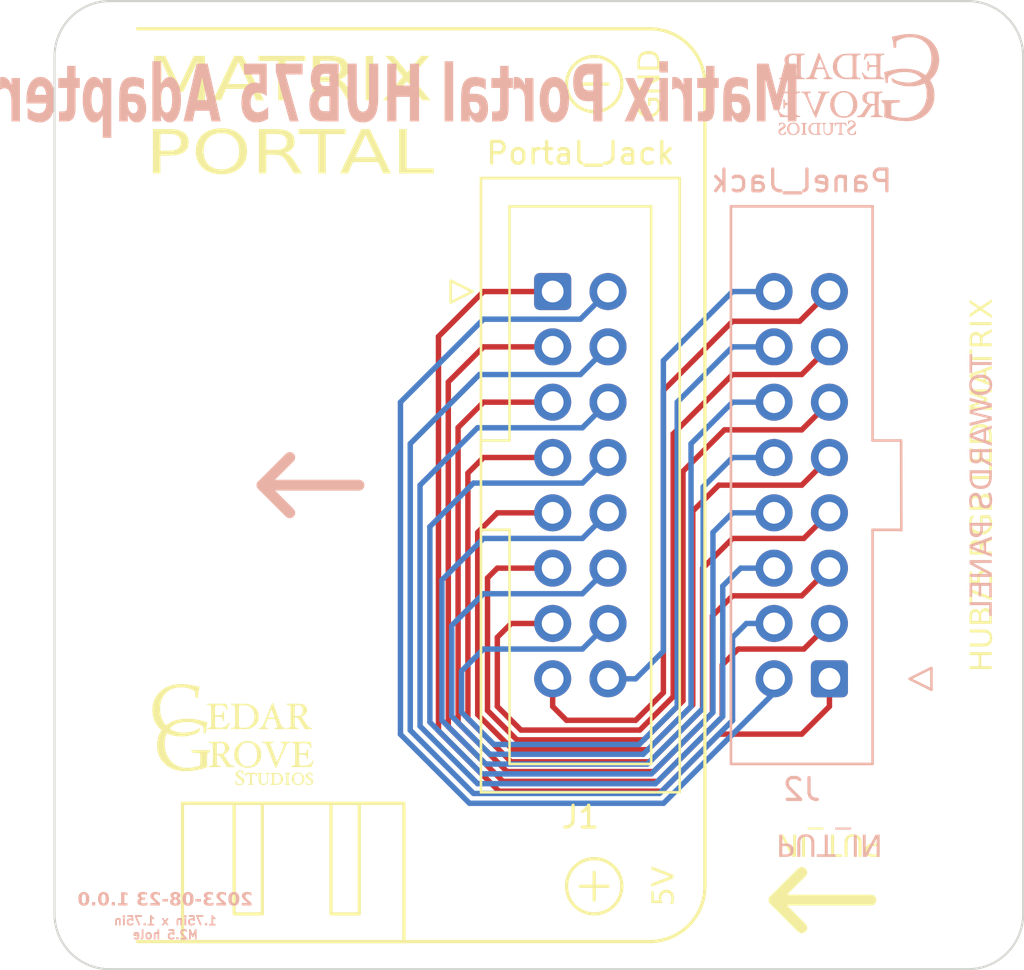
<source format=kicad_pcb>
(kicad_pcb (version 20221018) (generator pcbnew)
  (title_block (title "Matrix Portal HUB75 Adapter") (date "2023-08-23") (rev "1.0.0"))
  (layers (0 "F.Cu" signal) (31 "B.Cu" signal) (34 "B.Paste" user) (35 "F.Paste" user) (36 "B.SilkS" user "B.Silkscreen") (37 "F.SilkS" user "F.Silkscreen") (38 "B.Mask" user) (39 "F.Mask" user) (44 "Edge.Cuts" user))
  (net 0 "")
  (net 1 "Net-(J1-Pin_1)")
  (net 2 "Net-(J1-Pin_2)")
  (net 3 "Net-(J1-Pin_3)")
  (net 4 "Net-(J1-Pin_4)")
  (net 5 "Net-(J1-Pin_5)")
  (net 6 "Net-(J1-Pin_6)")
  (net 7 "Net-(J1-Pin_7)")
  (net 8 "Net-(J1-Pin_8)")
  (net 9 "Net-(J1-Pin_9)")
  (net 10 "Net-(J1-Pin_10)")
  (net 11 "Net-(J1-Pin_11)")
  (net 12 "Net-(J1-Pin_12)")
  (net 13 "Net-(J1-Pin_13)")
  (net 14 "Net-(J1-Pin_14)")
  (net 15 "Net-(J1-Pin_15)")
  (net 16 "Net-(J1-Pin_16)")
  (footprint "CedarGrove_custom:CedarGroveStudios_TEXT_LOGO_8x5_4mm" (layer "F.Cu") (at 137.795 116.205)
    (fp_text reference "G***" hide)
    (fp_text value "LOGO" hide)
  )
  (footprint "MountingHole:MountingHole_2.5mm" (layer "F.Cu") (at 132.715 104.775)
    (fp_text reference "REF**" hide)
    (fp_text value "MountingHole_2.5mm" hide)
    (pad "" np_thru_hole circle (at 0 0) (size 2.5 2.5) (drill 2.5) (layers "*.Cu" "*.Mask"))
  )
  (footprint "Connector_IDC:IDC-Header_2x08_P2.54mm_Vertical" (layer "F.Cu") (at 165.1 113.665 180)
    (fp_text reference "J2" (at 1.27 -5.08) (layer "B.SilkS") (effects (justify mirror)))
    (fp_text value "Panel_Jack" (at 1.27 22.86) (layer "B.SilkS") (effects (justify mirror)))
    (pad "1" thru_hole roundrect (at 0 0 180) (size 1.7 1.7) (drill 1) (layers "*.Cu" "*.Mask") (roundrect_rratio 0.1470588235) (net 1 "Net-(J1-Pin_1)"))
    (pad "2" thru_hole circle (at 2.54 0 180) (size 1.7 1.7) (drill 1) (layers "*.Cu" "*.Mask") (net 2 "Net-(J1-Pin_2)"))
    (pad "3" thru_hole circle (at 0 2.54 180) (size 1.7 1.7) (drill 1) (layers "*.Cu" "*.Mask") (net 3 "Net-(J1-Pin_3)"))
    (pad "4" thru_hole circle (at 2.54 2.54 180) (size 1.7 1.7) (drill 1) (layers "*.Cu" "*.Mask") (net 4 "Net-(J1-Pin_4)"))
    (pad "5" thru_hole circle (at 0 5.08 180) (size 1.7 1.7) (drill 1) (layers "*.Cu" "*.Mask") (net 5 "Net-(J1-Pin_5)"))
    (pad "6" thru_hole circle (at 2.54 5.08 180) (size 1.7 1.7) (drill 1) (layers "*.Cu" "*.Mask") (net 6 "Net-(J1-Pin_6)"))
    (pad "7" thru_hole circle (at 0 7.62 180) (size 1.7 1.7) (drill 1) (layers "*.Cu" "*.Mask") (net 7 "Net-(J1-Pin_7)"))
    (pad "8" thru_hole circle (at 2.54 7.62 180) (size 1.7 1.7) (drill 1) (layers "*.Cu" "*.Mask") (net 8 "Net-(J1-Pin_8)"))
    (pad "9" thru_hole circle (at 0 10.16 180) (size 1.7 1.7) (drill 1) (layers "*.Cu" "*.Mask") (net 9 "Net-(J1-Pin_9)"))
    (pad "10" thru_hole circle (at 2.54 10.16 180) (size 1.7 1.7) (drill 1) (layers "*.Cu" "*.Mask") (net 10 "Net-(J1-Pin_10)"))
    (pad "11" thru_hole circle (at 0 12.7 180) (size 1.7 1.7) (drill 1) (layers "*.Cu" "*.Mask") (net 11 "Net-(J1-Pin_11)"))
    (pad "12" thru_hole circle (at 2.54 12.7 180) (size 1.7 1.7) (drill 1) (layers "*.Cu" "*.Mask") (net 12 "Net-(J1-Pin_12)"))
    (pad "13" thru_hole circle (at 0 15.24 180) (size 1.7 1.7) (drill 1) (layers "*.Cu" "*.Mask") (net 13 "Net-(J1-Pin_13)"))
    (pad "14" thru_hole circle (at 2.54 15.24 180) (size 1.7 1.7) (drill 1) (layers "*.Cu" "*.Mask") (net 14 "Net-(J1-Pin_14)"))
    (pad "15" thru_hole circle (at 0 17.78 180) (size 1.7 1.7) (drill 1) (layers "*.Cu" "*.Mask") (net 15 "Net-(J1-Pin_15)"))
    (pad "16" thru_hole circle (at 2.54 17.78 180) (size 1.7 1.7) (drill 1) (layers "*.Cu" "*.Mask") (net 16 "Net-(J1-Pin_16)"))
  )
  (footprint "Connector_IDC:IDC-Header_2x08_P2.54mm_Vertical" (layer "F.Cu") (at 152.4 95.885)
    (fp_text reference "J1" (at 1.27 24.13) (layer "F.SilkS"))
    (fp_text value "Portal_Jack" (at 1.27 -6.35) (layer "F.SilkS"))
    (pad "1" thru_hole roundrect (at 0 0) (size 1.7 1.7) (drill 1) (layers "*.Cu" "*.Mask") (roundrect_rratio 0.1470588235) (net 1 "Net-(J1-Pin_1)"))
    (pad "2" thru_hole circle (at 2.54 0) (size 1.7 1.7) (drill 1) (layers "*.Cu" "*.Mask") (net 2 "Net-(J1-Pin_2)"))
    (pad "3" thru_hole circle (at 0 2.54) (size 1.7 1.7) (drill 1) (layers "*.Cu" "*.Mask") (net 3 "Net-(J1-Pin_3)"))
    (pad "4" thru_hole circle (at 2.54 2.54) (size 1.7 1.7) (drill 1) (layers "*.Cu" "*.Mask") (net 4 "Net-(J1-Pin_4)"))
    (pad "5" thru_hole circle (at 0 5.08) (size 1.7 1.7) (drill 1) (layers "*.Cu" "*.Mask") (net 5 "Net-(J1-Pin_5)"))
    (pad "6" thru_hole circle (at 2.54 5.08) (size 1.7 1.7) (drill 1) (layers "*.Cu" "*.Mask") (net 6 "Net-(J1-Pin_6)"))
    (pad "7" thru_hole circle (at 0 7.62) (size 1.7 1.7) (drill 1) (layers "*.Cu" "*.Mask") (net 7 "Net-(J1-Pin_7)"))
    (pad "8" thru_hole circle (at 2.54 7.62) (size 1.7 1.7) (drill 1) (layers "*.Cu" "*.Mask") (net 8 "Net-(J1-Pin_8)"))
    (pad "9" thru_hole circle (at 0 10.16) (size 1.7 1.7) (drill 1) (layers "*.Cu" "*.Mask") (net 9 "Net-(J1-Pin_9)"))
    (pad "10" thru_hole circle (at 2.54 10.16) (size 1.7 1.7) (drill 1) (layers "*.Cu" "*.Mask") (net 10 "Net-(J1-Pin_10)"))
    (pad "11" thru_hole circle (at 0 12.7) (size 1.7 1.7) (drill 1) (layers "*.Cu" "*.Mask") (net 11 "Net-(J1-Pin_11)"))
    (pad "12" thru_hole circle (at 2.54 12.7) (size 1.7 1.7) (drill 1) (layers "*.Cu" "*.Mask") (net 12 "Net-(J1-Pin_12)"))
    (pad "13" thru_hole circle (at 0 15.24) (size 1.7 1.7) (drill 1) (layers "*.Cu" "*.Mask") (net 13 "Net-(J1-Pin_13)"))
    (pad "14" thru_hole circle (at 2.54 15.24) (size 1.7 1.7) (drill 1) (layers "*.Cu" "*.Mask") (net 14 "Net-(J1-Pin_14)"))
    (pad "15" thru_hole circle (at 0 17.78) (size 1.7 1.7) (drill 1) (layers "*.Cu" "*.Mask") (net 15 "Net-(J1-Pin_15)"))
    (pad "16" thru_hole circle (at 2.54 17.78) (size 1.7 1.7) (drill 1) (layers "*.Cu" "*.Mask") (net 16 "Net-(J1-Pin_16)"))
  )
  (footprint "CedarGrove_custom:CedarGroveStudios_TEXT_LOGO_8x5_4mm" (layer "B.Cu") (at 166.37 86.36 180)
    (fp_text reference "G***" hide)
    (fp_text value "LOGO" hide)
  )
  (gr_line (start 139.065 104.775) (end 143.51 104.775) (stroke (width 0.5)) (layer "B.SilkS"))
  (gr_line (start 140.335 106.045) (end 139.065 104.775) (stroke (width 0.5)) (layer "B.SilkS"))
  (gr_line (start 140.335 103.505) (end 139.065 104.775) (stroke (width 0.5)) (layer "B.SilkS"))
  (gr_line (start 162.56 123.825) (end 163.83 125.095) (stroke (width 0.5)) (layer "F.SilkS"))
  (gr_line (start 156.845 83.82) (end 133.35 83.82) (stroke (width 0.15)) (layer "F.SilkS"))
  (gr_circle (center 154.305 123.19) (end 155.575 123.19) (stroke (width 0.15)) (fill none) (layer "F.SilkS"))
  (gr_line (start 154.305 122.555) (end 154.305 123.825) (stroke (width 0.15)) (layer "F.SilkS"))
  (gr_line (start 162.56 123.825) (end 163.83 122.555) (stroke (width 0.5)) (layer "F.SilkS"))
  (gr_line (start 156.845 125.73) (end 133.35 125.73) (stroke (width 0.15)) (layer "F.SilkS"))
  (gr_arc (start 159.385 123.19) (mid 158.641051 124.986051) (end 156.845 125.73) (stroke (width 0.15)) (layer "F.SilkS"))
  (gr_line (start 167.005 123.825) (end 162.56 123.825) (stroke (width 0.5)) (layer "F.SilkS"))
  (gr_rect (start 135.41375 119.38) (end 145.57375 125.73) (stroke (width 0.15)) (fill none) (layer "F.SilkS"))
  (gr_line (start 153.67 86.36) (end 154.94 86.36) (stroke (width 0.15)) (layer "F.SilkS"))
  (gr_line (start 159.385 86.36) (end 159.385 123.19) (stroke (width 0.15)) (layer "F.SilkS"))
  (gr_arc (start 156.845 83.82) (mid 158.641051 84.563949) (end 159.385 86.36) (stroke (width 0.15)) (layer "F.SilkS"))
  (gr_line (start 153.67 123.19) (end 154.94 123.19) (stroke (width 0.15)) (layer "F.SilkS"))
  (gr_rect (start 142.2273 119.38) (end 143.5227 124.46) (stroke (width 0.15)) (fill none) (layer "F.SilkS"))
  (gr_rect (start 137.7823 119.38) (end 139.0777 124.46) (stroke (width 0.15)) (fill none) (layer "F.SilkS"))
  (gr_circle (center 154.305 86.36) (end 155.575 86.36) (stroke (width 0.15)) (fill none) (layer "F.SilkS"))
  (gr_line (start 171.45 127) (end 132.08 127) (stroke (width 0.1)) (layer "Edge.Cuts"))
  (gr_line (start 132.08 82.55) (end 171.45 82.55) (stroke (width 0.1)) (layer "Edge.Cuts"))
  (gr_line (start 173.99 85.09) (end 173.99 124.46) (stroke (width 0.1)) (layer "Edge.Cuts"))
  (gr_arc (start 129.54 85.09) (mid 130.283949 83.293949) (end 132.08 82.55) (stroke (width 0.1)) (layer "Edge.Cuts"))
  (gr_line (start 129.54 124.46) (end 129.54 85.09) (stroke (width 0.1)) (layer "Edge.Cuts"))
  (gr_arc (start 171.45 82.55) (mid 173.246051 83.293949) (end 173.99 85.09) (stroke (width 0.1)) (layer "Edge.Cuts"))
  (gr_arc (start 132.08 127) (mid 130.283949 126.256051) (end 129.54 124.46) (stroke (width 0.1)) (layer "Edge.Cuts"))
  (gr_arc (start 173.99 124.46) (mid 173.246051 126.256051) (end 171.45 127) (stroke (width 0.1)) (layer "Edge.Cuts"))
  (gr_text "1.75in x 1.75in\nM2.5 hole" (at 134.62 125.095) (layer "B.SilkS") (effects (font (size 0.4 0.4) (thickness 0.08) bold) (justify mirror)))
  (gr_text "TOWARDS PANEL" (at 172.72 104.775 90) (layer "B.SilkS") (effects (font (size 1 1)) (justify bottom mirror)))
  (gr_text "2023-08-23 1.0.0" (at 134.62 123.825) (layer "B.SilkS") (effects (font (size 0.6 0.6) (thickness 0.12) bold) (justify mirror)))
  (gr_text "PUT_IN" (at 165.1 120.65 180) (layer "B.SilkS") (effects (font (size 1 1)) (justify bottom mirror)))
  (gr_text "Matrix Portal HUB75 Adapter\n" (at 145.415 86.995) (layer "B.SilkS") (effects (font (size 2.6 1.6) (thickness 0.12) bold) (justify mirror)))
  (gr_text "5V" (at 158.115 123.19 90) (layer "F.SilkS") (effects (font (size 1 1)) (justify bottom)))
  (gr_text "PUT_IN" (at 165.1 120.65 -180) (layer "F.SilkS") (effects (font (size 1 1)) (justify bottom)))
  (gr_text "HUB75 RGB LED MATRIX" (at 172.72 104.775 90) (layer "F.SilkS") (effects (font (size 1 1)) (justify bottom)))
  (gr_text "GND" (at 157.48 86.36 90) (layer "F.SilkS") (effects (font (size 1 1)) (justify bottom)))
  (gr_text "MATRIX\nPORTAL" (at 140.335 90.805) (layer "F.SilkS") (effects (font (size 2 2.5)) (justify bottom)))
  (segment (start 149.225 95.885) (end 152.4 95.885) (width 0.25) (layer "F.Cu") (net 1))
  (segment (start 165.1 113.665) (end 165.1 114.935) (width 0.25) (layer "F.Cu") (net 1))
  (segment (start 165.1 114.935) (end 163.83 116.205) (width 0.25) (layer "F.Cu") (net 1))
  (segment (start 157.409772 118.825) (end 149.931624 118.825) (width 0.25) (layer "F.Cu") (net 1))
  (segment (start 149.931624 118.825) (end 147.16 116.053376) (width 0.25) (layer "F.Cu") (net 1))
  (segment (start 160.029772 116.205) (end 157.409772 118.825) (width 0.25) (layer "F.Cu") (net 1))
  (segment (start 163.83 116.205) (end 160.029772 116.205) (width 0.25) (layer "F.Cu") (net 1))
  (segment (start 147.16 116.053376) (end 147.16 97.95) (width 0.25) (layer "F.Cu") (net 1))
  (segment (start 147.16 97.95) (end 149.225 95.885) (width 0.25) (layer "F.Cu") (net 1))
  (segment (start 153.67 97.155) (end 154.94 95.885) (width 0.25) (layer "B.Cu") (net 2))
  (segment (start 162.56 113.665) (end 162.56 114.308376) (width 0.25) (layer "B.Cu") (net 2))
  (segment (start 149.225 97.155) (end 153.67 97.155) (width 0.25) (layer "B.Cu") (net 2))
  (segment (start 162.56 114.308376) (end 157.488376 119.38) (width 0.25) (layer "B.Cu") (net 2))
  (segment (start 149.225 97.155) (end 145.415 100.965) (width 0.25) (layer "B.Cu") (net 2))
  (segment (start 157.488376 119.38) (end 148.581624 119.38) (width 0.25) (layer "B.Cu") (net 2))
  (segment (start 148.581624 119.38) (end 145.415 116.213376) (width 0.25) (layer "B.Cu") (net 2))
  (segment (start 145.415 116.213376) (end 145.415 100.965) (width 0.25) (layer "B.Cu") (net 2))
  (segment (start 160.18 113.03) (end 160.91 112.3) (width 0.25) (layer "F.Cu") (net 3))
  (segment (start 160.18 115.418376) (end 160.18 113.03) (width 0.25) (layer "F.Cu") (net 3))
  (segment (start 149.225 98.425) (end 147.61 100.04) (width 0.25) (layer "F.Cu") (net 3))
  (segment (start 157.223376 118.375) (end 160.18 115.418376) (width 0.25) (layer "F.Cu") (net 3))
  (segment (start 147.61 100.04) (end 147.61 115.86698) (width 0.25) (layer "F.Cu") (net 3))
  (segment (start 150.11802 118.375) (end 157.223376 118.375) (width 0.25) (layer "F.Cu") (net 3))
  (segment (start 152.4 98.425) (end 149.225 98.425) (width 0.25) (layer "F.Cu") (net 3))
  (segment (start 147.61 115.86698) (end 150.11802 118.375) (width 0.25) (layer "F.Cu") (net 3))
  (segment (start 163.925 112.3) (end 165.1 111.125) (width 0.25) (layer "F.Cu") (net 3))
  (segment (start 160.91 112.3) (end 163.925 112.3) (width 0.25) (layer "F.Cu") (net 3))
  (segment (start 160.655 115.57698) (end 160.655 111.76) (width 0.25) (layer "B.Cu") (net 4))
  (segment (start 148.76802 118.93) (end 157.30198 118.93) (width 0.25) (layer "B.Cu") (net 4))
  (segment (start 145.865 116.02698) (end 148.76802 118.93) (width 0.25) (layer "B.Cu") (net 4))
  (segment (start 157.30198 118.93) (end 160.655 115.57698) (width 0.25) (layer "B.Cu") (net 4))
  (segment (start 149.04 99.695) (end 145.865 102.87) (width 0.25) (layer "B.Cu") (net 4))
  (segment (start 161.29 111.125) (end 162.56 111.125) (width 0.25) (layer "B.Cu") (net 4))
  (segment (start 154.94 98.425) (end 153.67 99.695) (width 0.25) (layer "B.Cu") (net 4))
  (segment (start 160.655 111.76) (end 161.29 111.125) (width 0.25) (layer "B.Cu") (net 4))
  (segment (start 153.67 99.695) (end 149.04 99.695) (width 0.25) (layer "B.Cu") (net 4))
  (segment (start 145.865 102.87) (end 145.865 116.02698) (width 0.25) (layer "B.Cu") (net 4))
  (segment (start 160.655 109.855) (end 163.83 109.855) (width 0.25) (layer "F.Cu") (net 5))
  (segment (start 163.83 109.855) (end 165.1 108.585) (width 0.25) (layer "F.Cu") (net 5))
  (segment (start 149.225 100.965) (end 148.06 102.13) (width 0.25) (layer "F.Cu") (net 5))
  (segment (start 152.4 100.965) (end 149.225 100.965) (width 0.25) (layer "F.Cu") (net 5))
  (segment (start 148.06 102.13) (end 148.06 115.680584) (width 0.25) (layer "F.Cu") (net 5))
  (segment (start 148.06 115.680584) (end 150.304416 117.925) (width 0.25) (layer "F.Cu") (net 5))
  (segment (start 159.73 110.78) (end 160.655 109.855) (width 0.25) (layer "F.Cu") (net 5))
  (segment (start 159.73 115.23198) (end 159.73 110.78) (width 0.25) (layer "F.Cu") (net 5))
  (segment (start 150.304416 117.925) (end 157.03698 117.925) (width 0.25) (layer "F.Cu") (net 5))
  (segment (start 157.03698 117.925) (end 159.73 115.23198) (width 0.25) (layer "F.Cu") (net 5))
  (segment (start 146.315 104.775) (end 146.315 115.840584) (width 0.25) (layer "B.Cu") (net 6))
  (segment (start 160.205 115.390584) (end 160.205 109.405) (width 0.25) (layer "B.Cu") (net 6))
  (segment (start 146.315 115.840584) (end 148.954416 118.48) (width 0.25) (layer "B.Cu") (net 6))
  (segment (start 161.025 108.585) (end 162.56 108.585) (width 0.25) (layer "B.Cu") (net 6))
  (segment (start 148.95 102.14) (end 146.315 104.775) (width 0.25) (layer "B.Cu") (net 6))
  (segment (start 154.94 100.965) (end 153.765 102.14) (width 0.25) (layer "B.Cu") (net 6))
  (segment (start 148.954416 118.48) (end 157.115584 118.48) (width 0.25) (layer "B.Cu") (net 6))
  (segment (start 157.115584 118.48) (end 160.205 115.390584) (width 0.25) (layer "B.Cu") (net 6))
  (segment (start 160.205 109.405) (end 161.025 108.585) (width 0.25) (layer "B.Cu") (net 6))
  (segment (start 153.765 102.14) (end 148.95 102.14) (width 0.25) (layer "B.Cu") (net 6))
  (segment (start 148.51 115.494188) (end 150.490812 117.475) (width 0.25) (layer "F.Cu") (net 7))
  (segment (start 152.4 103.505) (end 149.225 103.505) (width 0.25) (layer "F.Cu") (net 7))
  (segment (start 160.655 107.22) (end 163.925 107.22) (width 0.25) (layer "F.Cu") (net 7))
  (segment (start 150.490812 117.475) (end 156.850584 117.475) (width 0.25) (layer "F.Cu") (net 7))
  (segment (start 156.850584 117.475) (end 159.28 115.045584) (width 0.25) (layer "F.Cu") (net 7))
  (segment (start 159.29 108.585) (end 160.655 107.22) (width 0.25) (layer "F.Cu") (net 7))
  (segment (start 159.28 115.045584) (end 159.28 108.585) (width 0.25) (layer "F.Cu") (net 7))
  (segment (start 149.225 103.505) (end 148.51 104.22) (width 0.25) (layer "F.Cu") (net 7))
  (segment (start 163.925 107.22) (end 165.1 106.045) (width 0.25) (layer "F.Cu") (net 7))
  (segment (start 159.28 108.585) (end 159.29 108.585) (width 0.25) (layer "F.Cu") (net 7))
  (segment (start 148.51 104.22) (end 148.51 115.494188) (width 0.25) (layer "F.Cu") (net 7))
  (segment (start 149.140812 118.03) (end 156.929188 118.03) (width 0.25) (layer "B.Cu") (net 8))
  (segment (start 153.765 104.68) (end 148.765 104.68) (width 0.25) (layer "B.Cu") (net 8))
  (segment (start 148.765 104.68) (end 146.765 106.68) (width 0.25) (layer "B.Cu") (net 8))
  (segment (start 156.929188 118.03) (end 159.755 115.204188) (width 0.25) (layer "B.Cu") (net 8))
  (segment (start 159.755 106.945) (end 160.655 106.045) (width 0.25) (layer "B.Cu") (net 8))
  (segment (start 146.765 106.68) (end 146.765 115.654188) (width 0.25) (layer "B.Cu") (net 8))
  (segment (start 160.655 106.045) (end 162.56 106.045) (width 0.25) (layer "B.Cu") (net 8))
  (segment (start 146.765 115.654188) (end 149.140812 118.03) (width 0.25) (layer "B.Cu") (net 8))
  (segment (start 159.755 115.204188) (end 159.755 106.945) (width 0.25) (layer "B.Cu") (net 8))
  (segment (start 154.94 103.505) (end 153.765 104.68) (width 0.25) (layer "B.Cu") (net 8))
  (segment (start 158.83 114.859188) (end 156.769188 116.92) (width 0.25) (layer "F.Cu") (net 9))
  (segment (start 163.83 104.775) (end 160.02 104.775) (width 0.25) (layer "F.Cu") (net 9))
  (segment (start 165.1 103.505) (end 163.83 104.775) (width 0.25) (layer "F.Cu") (net 9))
  (segment (start 156.769188 116.92) (end 150.572208 116.92) (width 0.25) (layer "F.Cu") (net 9))
  (segment (start 160.02 104.775) (end 158.83 105.965) (width 0.25) (layer "F.Cu") (net 9))
  (segment (start 150.572208 116.92) (end 148.96 115.307792) (width 0.25) (layer "F.Cu") (net 9))
  (segment (start 148.96 106.945) (end 149.86 106.045) (width 0.25) (layer "F.Cu") (net 9))
  (segment (start 158.83 105.965) (end 158.83 114.859188) (width 0.25) (layer "F.Cu") (net 9))
  (segment (start 149.86 106.045) (end 152.4 106.045) (width 0.25) (layer "F.Cu") (net 9))
  (segment (start 148.96 115.307792) (end 148.96 106.945) (width 0.25) (layer "F.Cu") (net 9))
  (segment (start 149.225 107.22) (end 147.32 109.125) (width 0.25) (layer "B.Cu") (net 10))
  (segment (start 154.94 106.045) (end 153.765 107.22) (width 0.25) (layer "B.Cu") (net 10))
  (segment (start 159.305 104.855) (end 160.655 103.505) (width 0.25) (layer "B.Cu") (net 10))
  (segment (start 147.32 109.125) (end 147.32 115.572792) (width 0.25) (layer "B.Cu") (net 10))
  (segment (start 153.765 107.22) (end 149.225 107.22) (width 0.25) (layer "B.Cu") (net 10))
  (segment (start 159.305 115.017792) (end 159.305 104.855) (width 0.25) (layer "B.Cu") (net 10))
  (segment (start 156.742792 117.58) (end 159.305 115.017792) (width 0.25) (layer "B.Cu") (net 10))
  (segment (start 160.655 103.505) (end 162.56 103.505) (width 0.25) (layer "B.Cu") (net 10))
  (segment (start 149.327208 117.58) (end 156.742792 117.58) (width 0.25) (layer "B.Cu") (net 10))
  (segment (start 147.32 115.572792) (end 149.327208 117.58) (width 0.25) (layer "B.Cu") (net 10))
  (segment (start 150.758604 116.47) (end 156.582792 116.47) (width 0.25) (layer "F.Cu") (net 11))
  (segment (start 149.41 115.121396) (end 150.758604 116.47) (width 0.25) (layer "F.Cu") (net 11))
  (segment (start 160.285 102.235) (end 163.83 102.235) (width 0.25) (layer "F.Cu") (net 11))
  (segment (start 152.4 108.585) (end 149.86 108.585) (width 0.25) (layer "F.Cu") (net 11))
  (segment (start 156.582792 116.47) (end 158.38 114.672792) (width 0.25) (layer "F.Cu") (net 11))
  (segment (start 149.41 109.035) (end 149.41 115.121396) (width 0.25) (layer "F.Cu") (net 11))
  (segment (start 163.83 102.235) (end 165.1 100.965) (width 0.25) (layer "F.Cu") (net 11))
  (segment (start 149.86 108.585) (end 149.41 109.035) (width 0.25) (layer "F.Cu") (net 11))
  (segment (start 158.38 114.672792) (end 158.38 104.14) (width 0.25) (layer "F.Cu") (net 11))
  (segment (start 158.38 104.14) (end 160.285 102.235) (width 0.25) (layer "F.Cu") (net 11))
  (segment (start 156.556396 117.13) (end 149.513604 117.13) (width 0.25) (layer "B.Cu") (net 12))
  (segment (start 158.75 114.936396) (end 156.556396 117.13) (width 0.25) (layer "B.Cu") (net 12))
  (segment (start 149.225 109.76) (end 153.765 109.76) (width 0.25) (layer "B.Cu") (net 12))
  (segment (start 149.513604 117.13) (end 147.77 115.386396) (width 0.25) (layer "B.Cu") (net 12))
  (segment (start 147.77 115.386396) (end 147.77 111.215) (width 0.25) (layer "B.Cu") (net 12))
  (segment (start 147.77 111.215) (end 149.225 109.76) (width 0.25) (layer "B.Cu") (net 12))
  (segment (start 162.56 100.965) (end 160.655 100.965) (width 0.25) (layer "B.Cu") (net 12))
  (segment (start 160.655 100.965) (end 158.75 102.87) (width 0.25) (layer "B.Cu") (net 12))
  (segment (start 158.75 102.87) (end 158.75 114.936396) (width 0.25) (layer "B.Cu") (net 12))
  (segment (start 153.765 109.76) (end 154.94 108.585) (width 0.25) (layer "B.Cu") (net 12))
  (segment (start 165.1 98.425) (end 163.83 99.695) (width 0.25) (layer "F.Cu") (net 13))
  (segment (start 150.495 111.125) (end 152.4 111.125) (width 0.25) (layer "F.Cu") (net 13))
  (segment (start 157.93 114.486396) (end 156.396396 116.02) (width 0.25) (layer "F.Cu") (net 13))
  (segment (start 149.86 111.76) (end 150.495 111.125) (width 0.25) (layer "F.Cu") (net 13))
  (segment (start 150.945 116.02) (end 149.86 114.935) (width 0.25) (layer "F.Cu") (net 13))
  (segment (start 149.86 114.935) (end 149.86 111.76) (width 0.25) (layer "F.Cu") (net 13))
  (segment (start 160.655 99.695) (end 157.93 102.42) (width 0.25) (layer "F.Cu") (net 13))
  (segment (start 163.83 99.695) (end 160.655 99.695) (width 0.25) (layer "F.Cu") (net 13))
  (segment (start 157.93 102.42) (end 157.93 114.486396) (width 0.25) (layer "F.Cu") (net 13))
  (segment (start 156.396396 116.02) (end 150.945 116.02) (width 0.25) (layer "F.Cu") (net 13))
  (segment (start 160.655 98.425) (end 158.115 100.965) (width 0.25) (layer "B.Cu") (net 14))
  (segment (start 148.22 115.2) (end 148.22 113.305) (width 0.25) (layer "B.Cu") (net 14))
  (segment (start 158.115 114.935) (end 156.37 116.68) (width 0.25) (layer "B.Cu") (net 14))
  (segment (start 158.115 100.965) (end 158.115 114.935) (width 0.25) (layer "B.Cu") (net 14))
  (segment (start 148.22 113.305) (end 149.225 112.3) (width 0.25) (layer "B.Cu") (net 14))
  (segment (start 162.56 98.425) (end 160.655 98.425) (width 0.25) (layer "B.Cu") (net 14))
  (segment (start 153.765 112.3) (end 154.94 111.125) (width 0.25) (layer "B.Cu") (net 14))
  (segment (start 149.7 116.68) (end 148.22 115.2) (width 0.25) (layer "B.Cu") (net 14))
  (segment (start 156.37 116.68) (end 149.7 116.68) (width 0.25) (layer "B.Cu") (net 14))
  (segment (start 149.225 112.3) (end 153.765 112.3) (width 0.25) (layer "B.Cu") (net 14))
  (segment (start 156.21 115.57) (end 153.035 115.57) (width 0.25) (layer "F.Cu") (net 15))
  (segment (start 165.1 95.885) (end 163.735 97.25) (width 0.25) (layer "F.Cu") (net 15))
  (segment (start 152.4 114.935) (end 152.4 113.665) (width 0.25) (layer "F.Cu") (net 15))
  (segment (start 160.655 97.25) (end 157.48 100.425) (width 0.25) (layer "F.Cu") (net 15))
  (segment (start 153.035 115.57) (end 152.4 114.935) (width 0.25) (layer "F.Cu") (net 15))
  (segment (start 157.48 100.425) (end 157.48 114.3) (width 0.25) (layer "F.Cu") (net 15))
  (segment (start 163.735 97.25) (end 160.655 97.25) (width 0.25) (layer "F.Cu") (net 15))
  (segment (start 157.48 114.3) (end 156.21 115.57) (width 0.25) (layer "F.Cu") (net 15))
  (segment (start 160.655 95.885) (end 157.48 99.06) (width 0.25) (layer "B.Cu") (net 16))
  (segment (start 160.655 95.885) (end 162.56 95.885) (width 0.25) (layer "B.Cu") (net 16))
  (segment (start 154.94 113.665) (end 156.21 113.665) (width 0.25) (layer "B.Cu") (net 16))
  (segment (start 157.48 112.395) (end 157.48 99.06) (width 0.25) (layer "B.Cu") (net 16))
  (segment (start 156.21 113.665) (end 157.48 112.395) (width 0.25) (layer "B.Cu") (net 16))
)
</source>
